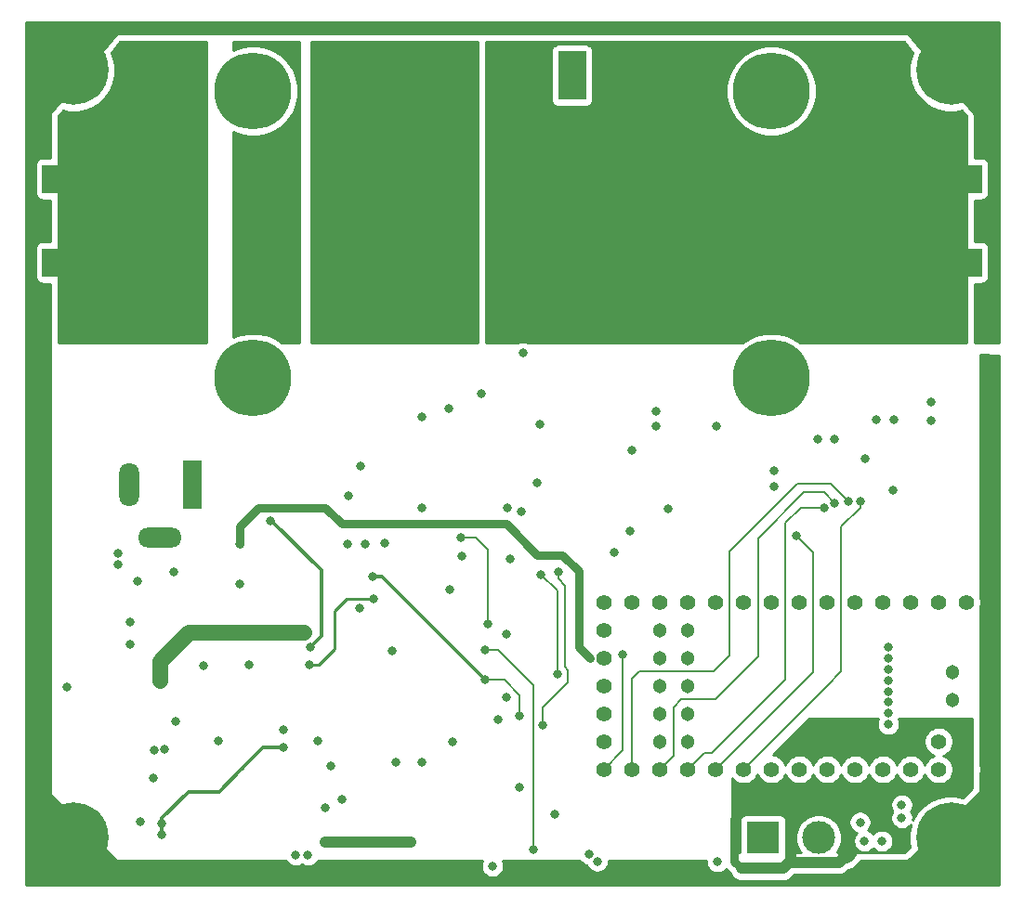
<source format=gbr>
G04 #@! TF.GenerationSoftware,KiCad,Pcbnew,5.1.7-a382d34a8~87~ubuntu18.04.1*
G04 #@! TF.CreationDate,2021-02-18T22:44:55+00:00*
G04 #@! TF.ProjectId,Laser-Driver-v3,4c617365-722d-4447-9269-7665722d7633,rev?*
G04 #@! TF.SameCoordinates,Original*
G04 #@! TF.FileFunction,Copper,L4,Bot*
G04 #@! TF.FilePolarity,Positive*
%FSLAX46Y46*%
G04 Gerber Fmt 4.6, Leading zero omitted, Abs format (unit mm)*
G04 Created by KiCad (PCBNEW 5.1.7-a382d34a8~87~ubuntu18.04.1) date 2021-02-18 22:44:55*
%MOMM*%
%LPD*%
G01*
G04 APERTURE LIST*
G04 #@! TA.AperFunction,ComponentPad*
%ADD10C,7.000000*%
G04 #@! TD*
G04 #@! TA.AperFunction,ComponentPad*
%ADD11C,0.800000*%
G04 #@! TD*
G04 #@! TA.AperFunction,ComponentPad*
%ADD12C,6.400000*%
G04 #@! TD*
G04 #@! TA.AperFunction,ComponentPad*
%ADD13C,1.404000*%
G04 #@! TD*
G04 #@! TA.AperFunction,ComponentPad*
%ADD14C,1.304000*%
G04 #@! TD*
G04 #@! TA.AperFunction,ComponentPad*
%ADD15C,0.804000*%
G04 #@! TD*
G04 #@! TA.AperFunction,ComponentPad*
%ADD16R,2.000000X2.600000*%
G04 #@! TD*
G04 #@! TA.AperFunction,ComponentPad*
%ADD17R,1.800000X4.400000*%
G04 #@! TD*
G04 #@! TA.AperFunction,ComponentPad*
%ADD18O,1.800000X4.000000*%
G04 #@! TD*
G04 #@! TA.AperFunction,ComponentPad*
%ADD19O,4.000000X1.800000*%
G04 #@! TD*
G04 #@! TA.AperFunction,ComponentPad*
%ADD20O,2.500000X4.500000*%
G04 #@! TD*
G04 #@! TA.AperFunction,ComponentPad*
%ADD21R,2.500000X4.500000*%
G04 #@! TD*
G04 #@! TA.AperFunction,ComponentPad*
%ADD22C,3.000000*%
G04 #@! TD*
G04 #@! TA.AperFunction,ComponentPad*
%ADD23R,3.000000X3.000000*%
G04 #@! TD*
G04 #@! TA.AperFunction,ViaPad*
%ADD24C,0.800000*%
G04 #@! TD*
G04 #@! TA.AperFunction,Conductor*
%ADD25C,0.300000*%
G04 #@! TD*
G04 #@! TA.AperFunction,Conductor*
%ADD26C,0.600000*%
G04 #@! TD*
G04 #@! TA.AperFunction,Conductor*
%ADD27C,1.000000*%
G04 #@! TD*
G04 #@! TA.AperFunction,Conductor*
%ADD28C,0.800000*%
G04 #@! TD*
G04 #@! TA.AperFunction,Conductor*
%ADD29C,1.400000*%
G04 #@! TD*
G04 #@! TA.AperFunction,Conductor*
%ADD30C,0.200000*%
G04 #@! TD*
G04 #@! TA.AperFunction,Conductor*
%ADD31C,0.250000*%
G04 #@! TD*
G04 #@! TA.AperFunction,Conductor*
%ADD32C,0.254000*%
G04 #@! TD*
G04 #@! TA.AperFunction,Conductor*
%ADD33C,0.100000*%
G04 #@! TD*
G04 APERTURE END LIST*
D10*
G04 #@! TO.P,HS1,1*
G04 #@! TO.N,N/C*
X111400000Y-73100000D03*
X158600000Y-73100000D03*
G04 #@! TO.N,Earth*
X158600000Y-46900000D03*
X111400000Y-46900000D03*
G04 #@! TD*
D11*
G04 #@! TO.P,H4,1*
G04 #@! TO.N,Earth*
X96697056Y-43302944D03*
X95000000Y-42600000D03*
X93302944Y-43302944D03*
X92600000Y-45000000D03*
X93302944Y-46697056D03*
X95000000Y-47400000D03*
X96697056Y-46697056D03*
X97400000Y-45000000D03*
D12*
X95000000Y-45000000D03*
G04 #@! TD*
D11*
G04 #@! TO.P,H3,1*
G04 #@! TO.N,Earth*
X176697056Y-43302944D03*
X175000000Y-42600000D03*
X173302944Y-43302944D03*
X172600000Y-45000000D03*
X173302944Y-46697056D03*
X175000000Y-47400000D03*
X176697056Y-46697056D03*
X177400000Y-45000000D03*
D12*
X175000000Y-45000000D03*
G04 #@! TD*
D11*
G04 #@! TO.P,H2,1*
G04 #@! TO.N,Earth*
X96697056Y-113302944D03*
X95000000Y-112600000D03*
X93302944Y-113302944D03*
X92600000Y-115000000D03*
X93302944Y-116697056D03*
X95000000Y-117400000D03*
X96697056Y-116697056D03*
X97400000Y-115000000D03*
D12*
X95000000Y-115000000D03*
G04 #@! TD*
D11*
G04 #@! TO.P,H1,1*
G04 #@! TO.N,Earth*
X176697056Y-113302944D03*
X175000000Y-112600000D03*
X173302944Y-113302944D03*
X172600000Y-115000000D03*
X173302944Y-116697056D03*
X175000000Y-117400000D03*
X176697056Y-116697056D03*
X177400000Y-115000000D03*
D12*
X175000000Y-115000000D03*
G04 #@! TD*
D13*
G04 #@! TO.P,U2,1*
G04 #@! TO.N,GND*
X176410000Y-93530000D03*
G04 #@! TO.P,U2,2*
G04 #@! TO.N,/Output Stage/DAC-D0*
X173870000Y-93530000D03*
D14*
G04 #@! TO.P,U2,35*
G04 #@! TO.N,/Teensy/TempSense*
X148470000Y-106230000D03*
G04 #@! TO.P,U2,36*
G04 #@! TO.N,/Overcurrent Protection/OCControl*
X151010000Y-106230000D03*
G04 #@! TO.P,U2,37*
G04 #@! TO.N,/Overcurrent Protection/OCStatus*
X148470000Y-103690000D03*
G04 #@! TO.P,U2,38*
G04 #@! TO.N,Net-(R9-Pad2)*
X151010000Y-103690000D03*
G04 #@! TO.P,U2,39*
G04 #@! TO.N,N/C*
X148470000Y-101150000D03*
G04 #@! TO.P,U2,40*
X151010000Y-101150000D03*
G04 #@! TO.P,U2,41*
X148470000Y-98610000D03*
G04 #@! TO.P,U2,42*
X151010000Y-98610000D03*
G04 #@! TO.P,U2,43*
X148470000Y-96070000D03*
G04 #@! TO.P,U2,44*
X151010000Y-96070000D03*
D15*
G04 #@! TO.P,U2,45*
X169271600Y-104650000D03*
G04 #@! TO.P,U2,46*
X169271600Y-103650000D03*
G04 #@! TO.P,U2,47*
G04 #@! TO.N,GND*
X169271600Y-102650000D03*
G04 #@! TO.P,U2,48*
G04 #@! TO.N,N/C*
X169271600Y-101650000D03*
G04 #@! TO.P,U2,49*
G04 #@! TO.N,+3V3*
X169271600Y-100650000D03*
G04 #@! TO.P,U2,50*
G04 #@! TO.N,N/C*
X169271600Y-99650000D03*
G04 #@! TO.P,U2,51*
X169271600Y-98650000D03*
G04 #@! TO.P,U2,52*
X169271600Y-97650000D03*
D14*
G04 #@! TO.P,U2,53*
X175140000Y-102420000D03*
G04 #@! TO.P,U2,54*
X175140000Y-99880000D03*
D13*
G04 #@! TO.P,U2,3*
G04 #@! TO.N,/Output Stage/DAC-D1*
X171330000Y-93530000D03*
G04 #@! TO.P,U2,4*
G04 #@! TO.N,/Output Stage/DAC-D2*
X168790000Y-93530000D03*
G04 #@! TO.P,U2,5*
G04 #@! TO.N,/Output Stage/DAC-D3*
X166250000Y-93530000D03*
G04 #@! TO.P,U2,6*
G04 #@! TO.N,/Output Stage/DAC-D4*
X163710000Y-93530000D03*
G04 #@! TO.P,U2,7*
G04 #@! TO.N,/Output Stage/DAC-D5*
X161170000Y-93530000D03*
G04 #@! TO.P,U2,8*
G04 #@! TO.N,/Output Stage/DAC-D6*
X158630000Y-93530000D03*
G04 #@! TO.P,U2,9*
G04 #@! TO.N,/Output Stage/DAC-D7*
X156090000Y-93530000D03*
G04 #@! TO.P,U2,10*
G04 #@! TO.N,/Output Stage/DAC-D8*
X153550000Y-93530000D03*
G04 #@! TO.P,U2,11*
G04 #@! TO.N,/Output Stage/DAC-D9*
X151010000Y-93530000D03*
G04 #@! TO.P,U2,12*
G04 #@! TO.N,Net-(U2-Pad12)*
X148470000Y-93530000D03*
G04 #@! TO.P,U2,14*
G04 #@! TO.N,Net-(U2-Pad14)*
X143390000Y-93530000D03*
G04 #@! TO.P,U2,15*
G04 #@! TO.N,N/C*
X143390000Y-96070000D03*
G04 #@! TO.P,U2,16*
G04 #@! TO.N,+3V3*
X143390000Y-98610000D03*
G04 #@! TO.P,U2,17*
G04 #@! TO.N,GND*
X143390000Y-101150000D03*
G04 #@! TO.P,U2,18*
G04 #@! TO.N,N/C*
X143390000Y-103690000D03*
G04 #@! TO.P,U2,19*
X143390000Y-106230000D03*
G04 #@! TO.P,U2,20*
G04 #@! TO.N,Net-(U2-Pad20)*
X143390000Y-108770000D03*
G04 #@! TO.P,U2,21*
G04 #@! TO.N,/Output Stage/DAC-D10*
X145930000Y-108770000D03*
G04 #@! TO.P,U2,22*
G04 #@! TO.N,/Output Stage/DAC-D11*
X148470000Y-108770000D03*
G04 #@! TO.P,U2,23*
G04 #@! TO.N,/Output Stage/DAC-D12*
X151010000Y-108770000D03*
G04 #@! TO.P,U2,24*
G04 #@! TO.N,/Output Stage/DAC-D13*
X153550000Y-108770000D03*
G04 #@! TO.P,U2,25*
G04 #@! TO.N,/Output Stage/DAC-CLOCK*
X156090000Y-108770000D03*
G04 #@! TO.P,U2,26*
G04 #@! TO.N,N/C*
X158630000Y-108770000D03*
G04 #@! TO.P,U2,27*
X161170000Y-108770000D03*
G04 #@! TO.P,U2,28*
X163710000Y-108770000D03*
G04 #@! TO.P,U2,29*
X166250000Y-108770000D03*
G04 #@! TO.P,U2,30*
X168790000Y-108770000D03*
G04 #@! TO.P,U2,31*
G04 #@! TO.N,+3V3*
X171330000Y-108770000D03*
G04 #@! TO.P,U2,32*
G04 #@! TO.N,GND*
X173870000Y-108770000D03*
G04 #@! TO.P,U2,34*
G04 #@! TO.N,N/C*
X173870000Y-106230000D03*
G04 #@! TO.P,U2,33*
G04 #@! TO.N,+5V*
X176410000Y-108770000D03*
G04 #@! TO.P,U2,13*
G04 #@! TO.N,N/C*
X145930000Y-93530000D03*
G04 #@! TD*
D16*
G04 #@! TO.P,J5,1*
G04 #@! TO.N,GND*
X100810000Y-62540000D03*
X98270000Y-62540000D03*
X95730000Y-62540000D03*
X93190000Y-62540000D03*
X100810000Y-54920000D03*
X98270000Y-54920000D03*
X93190000Y-54920000D03*
X95730000Y-54920000D03*
G04 #@! TD*
G04 #@! TO.P,J2,1*
G04 #@! TO.N,Net-(J2-Pad1)*
X176810000Y-62540000D03*
X174270000Y-62540000D03*
X171730000Y-62540000D03*
X169190000Y-62540000D03*
X176810000Y-54920000D03*
X174270000Y-54920000D03*
X169190000Y-54920000D03*
X171730000Y-54920000D03*
G04 #@! TD*
D17*
G04 #@! TO.P,J6,1*
G04 #@! TO.N,+12V*
X105900000Y-82800000D03*
D18*
G04 #@! TO.P,J6,2*
G04 #@! TO.N,GND*
X100100000Y-82800000D03*
D19*
G04 #@! TO.P,J6,3*
G04 #@! TO.N,N/C*
X102900000Y-87600000D03*
G04 #@! TD*
D20*
G04 #@! TO.P,Q1,3*
G04 #@! TO.N,Net-(Q1-Pad3)*
X129550000Y-45500000D03*
G04 #@! TO.P,Q1,2*
G04 #@! TO.N,Net-(J2-Pad1)*
X135000000Y-45500000D03*
D21*
G04 #@! TO.P,Q1,1*
G04 #@! TO.N,/Output Stage/MOSFET-OUT*
X140450000Y-45500000D03*
G04 #@! TD*
D22*
G04 #@! TO.P,J1,2*
G04 #@! TO.N,/Teensy/TempSense*
X162930000Y-115000000D03*
D23*
G04 #@! TO.P,J1,1*
G04 #@! TO.N,GND*
X157850000Y-115000000D03*
G04 #@! TD*
D24*
G04 #@! TO.N,GND*
X100200000Y-95300000D03*
X100200000Y-97400000D03*
X94400000Y-101300000D03*
X106900000Y-99300000D03*
X100900000Y-91600000D03*
X104200000Y-90800000D03*
X104300000Y-104400000D03*
X108200000Y-106200000D03*
X114200000Y-105200000D03*
X101100000Y-113500000D03*
X102300000Y-109600000D03*
X118000000Y-112300000D03*
X124400000Y-108100000D03*
X126800000Y-108100000D03*
X118500000Y-108500000D03*
X119500004Y-111500000D03*
X110200000Y-91900000D03*
X133200000Y-117600000D03*
X153700000Y-117200000D03*
X129600000Y-106300000D03*
X123400000Y-88100000D03*
X121600000Y-88200000D03*
X134800000Y-89600000D03*
X111000000Y-99200000D03*
X121100000Y-94100000D03*
X124100000Y-98000000D03*
X166700000Y-113600000D03*
X167100000Y-115300000D03*
X135700000Y-110400000D03*
X134500000Y-102200000D03*
X169800000Y-76900000D03*
X168200000Y-76900000D03*
X162800000Y-78700000D03*
X158900000Y-83000000D03*
X169700000Y-83300000D03*
X167125000Y-80400000D03*
X153600000Y-77500000D03*
X148100000Y-76100000D03*
X145900000Y-79700000D03*
X137500000Y-77300000D03*
X135800000Y-85300000D03*
X121200000Y-81100000D03*
X126800000Y-76600000D03*
X126800000Y-84900000D03*
X144300000Y-89000000D03*
X106500000Y-49000000D03*
X104500000Y-49000000D03*
X103500000Y-50000000D03*
X103500000Y-52000000D03*
X103500000Y-54000000D03*
X103500000Y-56000000D03*
X103500000Y-58000000D03*
X103500000Y-60000000D03*
X103500000Y-62000000D03*
X103500000Y-64000000D03*
X103500000Y-66000000D03*
X103500000Y-68000000D03*
X104500000Y-51000000D03*
X105500000Y-50000000D03*
X105500000Y-68000000D03*
X101500000Y-68000000D03*
X102500000Y-67000000D03*
X102500000Y-59000000D03*
X102500000Y-51000000D03*
X102500000Y-49000000D03*
X101500000Y-66000000D03*
X101500000Y-60000000D03*
X101500000Y-58000000D03*
X101500000Y-52000000D03*
X101500000Y-50000000D03*
X141999988Y-116500000D03*
X129200000Y-75900000D03*
X149200000Y-85050000D03*
X173200000Y-77000000D03*
X173200000Y-75300000D03*
X134600000Y-84900000D03*
G04 #@! TO.N,+9V*
X103100000Y-114700000D03*
X103050000Y-113750000D03*
X114200000Y-106800000D03*
X137300000Y-82600000D03*
G04 #@! TO.N,+12V*
X99100000Y-90100000D03*
X99100000Y-89100000D03*
X102400000Y-107000000D03*
X103325000Y-106975000D03*
X117300000Y-106200000D03*
X148100000Y-77500000D03*
G04 #@! TO.N,+5V*
X125800000Y-115400000D03*
X118000000Y-115400000D03*
X116400000Y-116600000D03*
X138900000Y-112900000D03*
X120000000Y-88200000D03*
X129300000Y-92400000D03*
X130400000Y-89300000D03*
X133700000Y-104200000D03*
X134500000Y-96400000D03*
X120100000Y-83800000D03*
X158500000Y-117800000D03*
X157200000Y-117800000D03*
X155900000Y-117800000D03*
X158500000Y-112600000D03*
X157200000Y-112600000D03*
X155900000Y-112600000D03*
X142759266Y-117150799D03*
X115300000Y-116600000D03*
G04 #@! TO.N,Net-(Q1-Pad3)*
X118200000Y-54900000D03*
X118200000Y-52900000D03*
X118200000Y-50900000D03*
X119200000Y-51900000D03*
X119200000Y-53900000D03*
X120200000Y-54900000D03*
X120200000Y-52900000D03*
X122200000Y-54900000D03*
X121200000Y-53900000D03*
X122200000Y-52900000D03*
X121200000Y-51900000D03*
X120200000Y-50900000D03*
X122200000Y-50900000D03*
X123200000Y-51900000D03*
X123200000Y-53900000D03*
X123200000Y-55900000D03*
X123200000Y-57900000D03*
X123200000Y-59900000D03*
X123200000Y-61900000D03*
X123200000Y-63900000D03*
X122200000Y-62900000D03*
X121200000Y-63900000D03*
X120200000Y-62900000D03*
X119200000Y-61900000D03*
X119200000Y-63900000D03*
X118200000Y-62900000D03*
X120200000Y-64900000D03*
X118200000Y-64900000D03*
X122200000Y-64900000D03*
X124200000Y-64900000D03*
X124200000Y-62900000D03*
X124200000Y-60900000D03*
X124200000Y-58900000D03*
X124200000Y-56900000D03*
X124200000Y-54900000D03*
X124200000Y-52900000D03*
X124200000Y-50900000D03*
X121200000Y-61900000D03*
X122200000Y-56900000D03*
X122200000Y-58900000D03*
X122200000Y-60900000D03*
G04 #@! TO.N,Net-(Q2-Pad1)*
X114500000Y-67000000D03*
X114500000Y-65000000D03*
X114500000Y-63000000D03*
X114500000Y-55000000D03*
X114500000Y-53000000D03*
X113500000Y-52000000D03*
X113500000Y-54000000D03*
X113500000Y-56000000D03*
X113500000Y-58000000D03*
X113500000Y-60000000D03*
X113500000Y-62000000D03*
X113500000Y-64000000D03*
X113500000Y-66000000D03*
X113500000Y-68000000D03*
X111800000Y-68000000D03*
G04 #@! TO.N,/Overcurrent Protection/OCControl*
X132800000Y-95500000D03*
X130300000Y-87600000D03*
G04 #@! TO.N,Net-(R2-Pad2)*
X116600000Y-97600000D03*
X113000000Y-86100000D03*
G04 #@! TO.N,Net-(R31-Pad2)*
X139200000Y-90800000D03*
X137800000Y-104700000D03*
G04 #@! TO.N,+3V3*
X110200000Y-88200000D03*
X142100000Y-98600000D03*
X170500000Y-113200000D03*
X170500000Y-111999990D03*
X168700000Y-115300000D03*
X164400000Y-78700000D03*
X158900000Y-81500000D03*
X145700000Y-87000000D03*
G04 #@! TO.N,/Overcurrent Protection/OCStatus*
X139100000Y-100100000D03*
X137600000Y-91000000D03*
G04 #@! TO.N,/Overcurrent Protection/OCSense*
X122400000Y-93200000D03*
X116500000Y-99200000D03*
G04 #@! TO.N,-3V3*
X102900000Y-100700000D03*
X102925000Y-99875000D03*
X116000000Y-96300000D03*
G04 #@! TO.N,+9V*
X132200000Y-74500000D03*
G04 #@! TO.N,/Output Stage/MOSFET-OUT*
X136000000Y-70800000D03*
G04 #@! TO.N,Net-(U2-Pad20)*
X145100000Y-98300000D03*
G04 #@! TO.N,/Output Stage/DAC-CLOCK*
X166700000Y-84300000D03*
G04 #@! TO.N,/Output Stage/DAC-D10*
X165600000Y-84300000D03*
G04 #@! TO.N,/Output Stage/DAC-D11*
X164400000Y-84500000D03*
G04 #@! TO.N,/Output Stage/DAC-D12*
X163400000Y-84900000D03*
G04 #@! TO.N,/Output Stage/DAC-D13*
X160900000Y-87500000D03*
G04 #@! TO.N,Net-(U12-Pad6)*
X132500000Y-97900000D03*
X136900000Y-116100000D03*
G04 #@! TO.N,/Overcurrent Protection/SET*
X132500000Y-100600000D03*
X122300000Y-91200000D03*
X135700000Y-103900000D03*
G04 #@! TO.N,Net-(Q2-Pad1)*
X110200000Y-68000000D03*
G04 #@! TD*
D25*
G04 #@! TO.N,+9V*
X110400000Y-108700000D02*
X110300000Y-108800000D01*
X114200000Y-106800000D02*
X112300000Y-106800000D01*
X114100000Y-106900000D02*
X114200000Y-106800000D01*
X112300000Y-106800000D02*
X110300000Y-108800000D01*
X103100000Y-113200000D02*
X103100000Y-114700000D01*
X105500000Y-110800000D02*
X103100000Y-113200000D01*
X108300000Y-110800000D02*
X105500000Y-110800000D01*
X110300000Y-108800000D02*
X108300000Y-110800000D01*
D26*
G04 #@! TO.N,+5V*
X176410000Y-108770000D02*
X176410000Y-108790000D01*
X176410000Y-108790000D02*
X174700000Y-110500000D01*
X174700000Y-110500000D02*
X160600000Y-110500000D01*
D27*
X125800000Y-115400000D02*
X118000000Y-115400000D01*
D28*
X155900000Y-117800000D02*
X155250000Y-117150000D01*
X155250000Y-113250000D02*
X155900000Y-112600000D01*
X155250000Y-117150000D02*
X155250000Y-113250000D01*
D27*
X155900000Y-117800000D02*
X159700000Y-117800000D01*
X159700000Y-117800000D02*
X160250000Y-117250000D01*
X164750000Y-117250000D02*
X165375000Y-116625000D01*
X160250000Y-117250000D02*
X164750000Y-117250000D01*
D29*
X165375000Y-116625000D02*
X165750000Y-116250000D01*
D27*
X160250000Y-117250000D02*
X160400000Y-117100000D01*
X160400000Y-117100000D02*
X160400000Y-112900000D01*
X160400000Y-112900000D02*
X159350000Y-111850000D01*
X159350000Y-111850000D02*
X159250000Y-111850000D01*
D26*
X159250000Y-111850000D02*
X158500000Y-112600000D01*
X160600000Y-110500000D02*
X159250000Y-111850000D01*
D30*
G04 #@! TO.N,/Overcurrent Protection/OCControl*
X132800000Y-95500000D02*
X132800000Y-88700000D01*
X131700000Y-87600000D02*
X130300000Y-87600000D01*
X132800000Y-88700000D02*
X131700000Y-87600000D01*
D25*
G04 #@! TO.N,Net-(R2-Pad2)*
X117600000Y-90600000D02*
X113100000Y-86100000D01*
X117600000Y-96600000D02*
X117600000Y-90600000D01*
X113100000Y-86100000D02*
X113000000Y-86100000D01*
X116600000Y-97600000D02*
X117600000Y-96600000D01*
D30*
G04 #@! TO.N,Net-(R31-Pad2)*
X139200000Y-90800000D02*
X139200000Y-91400000D01*
X139200000Y-91400000D02*
X139800000Y-92000000D01*
X139800000Y-92000000D02*
X139800000Y-99400000D01*
X139800000Y-99400000D02*
X140100000Y-99700000D01*
X140100000Y-99700000D02*
X140100000Y-100800000D01*
X140100000Y-100800000D02*
X138300000Y-102600000D01*
X137800000Y-103100000D02*
X137800000Y-104700000D01*
X138300000Y-102600000D02*
X137800000Y-103100000D01*
D28*
G04 #@! TO.N,+3V3*
X110200000Y-88200000D02*
X110200000Y-86600000D01*
X110200000Y-86600000D02*
X111900000Y-84900000D01*
X111900000Y-84900000D02*
X118000000Y-84900000D01*
X118000000Y-84900000D02*
X119500000Y-86400000D01*
X119500000Y-86400000D02*
X134500000Y-86400000D01*
X134500000Y-86400000D02*
X137300000Y-89200000D01*
X137300000Y-89200000D02*
X139600000Y-89200000D01*
X139600000Y-89200000D02*
X141100000Y-90700000D01*
X141100000Y-97600000D02*
X142100000Y-98600000D01*
X141100000Y-90700000D02*
X141100000Y-97600000D01*
D30*
G04 #@! TO.N,/Overcurrent Protection/OCStatus*
X139100000Y-92500000D02*
X137600000Y-91000000D01*
X139100000Y-100100000D02*
X139100000Y-92500000D01*
D31*
G04 #@! TO.N,/Overcurrent Protection/OCSense*
X119900000Y-93200000D02*
X122400000Y-93200000D01*
X118800000Y-94300000D02*
X119900000Y-93200000D01*
X118800000Y-97800000D02*
X118800000Y-94300000D01*
X117400000Y-99200000D02*
X118800000Y-97800000D01*
X116500000Y-99200000D02*
X117400000Y-99200000D01*
D29*
G04 #@! TO.N,-3V3*
X112900000Y-96300000D02*
X105500000Y-96300000D01*
X109400000Y-96300000D02*
X112900000Y-96300000D01*
X112900000Y-96300000D02*
X116000000Y-96300000D01*
X102900000Y-98900000D02*
X102900000Y-100700000D01*
X105500000Y-96300000D02*
X102900000Y-98900000D01*
D30*
G04 #@! TO.N,Net-(U2-Pad20)*
X145100000Y-107060000D02*
X143390000Y-108770000D01*
X145100000Y-98300000D02*
X145100000Y-107060000D01*
G04 #@! TO.N,/Output Stage/DAC-CLOCK*
X156090000Y-108770000D02*
X163700000Y-101160000D01*
X163700000Y-101160000D02*
X165000000Y-99860000D01*
X165000000Y-99860000D02*
X165000000Y-86600000D01*
X166700000Y-84900000D02*
X166700000Y-84300000D01*
X165000000Y-86600000D02*
X166700000Y-84900000D01*
G04 #@! TO.N,/Output Stage/DAC-D10*
X154800000Y-91700000D02*
X154800000Y-91599998D01*
X154800000Y-98400000D02*
X154800000Y-91700000D01*
X153400000Y-99800000D02*
X154800000Y-98400000D01*
X146600000Y-99800000D02*
X153400000Y-99800000D01*
X145930000Y-100470000D02*
X146600000Y-99800000D01*
X145930000Y-108770000D02*
X145930000Y-100470000D01*
X164000000Y-82700000D02*
X165600000Y-84300000D01*
X161000000Y-82700000D02*
X164000000Y-82700000D01*
X154800000Y-88900000D02*
X161000000Y-82700000D01*
X154800000Y-91700000D02*
X154800000Y-88900000D01*
G04 #@! TO.N,/Output Stage/DAC-D11*
X157400000Y-90600000D02*
X157400000Y-89900000D01*
X164400000Y-84500000D02*
X164400000Y-84500000D01*
X153500000Y-102400000D02*
X157400000Y-98500000D01*
X150400000Y-102400000D02*
X153500000Y-102400000D01*
X157400000Y-98500000D02*
X157400000Y-90600000D01*
X149700000Y-103100000D02*
X150400000Y-102400000D01*
X149700000Y-107540000D02*
X149700000Y-103100000D01*
X148470000Y-108770000D02*
X149700000Y-107540000D01*
X163400000Y-83500000D02*
X164400000Y-84500000D01*
X161600000Y-83500000D02*
X163400000Y-83500000D01*
X157400000Y-87700000D02*
X161600000Y-83500000D01*
X157400000Y-90600000D02*
X157400000Y-87700000D01*
G04 #@! TO.N,/Output Stage/DAC-D12*
X159900000Y-86300000D02*
X161300000Y-84900000D01*
X161300000Y-84900000D02*
X163400000Y-84900000D01*
X159900000Y-100600000D02*
X159900000Y-86300000D01*
X153220000Y-107280000D02*
X159900000Y-100600000D01*
X152500000Y-107280000D02*
X153220000Y-107280000D01*
X151010000Y-108770000D02*
X152500000Y-107280000D01*
G04 #@! TO.N,/Output Stage/DAC-D13*
X153550000Y-108770000D02*
X162400000Y-99920000D01*
X162400000Y-89000000D02*
X160900000Y-87500000D01*
X162400000Y-99920000D02*
X162400000Y-89000000D01*
G04 #@! TO.N,Net-(U12-Pad6)*
X133700000Y-97900000D02*
X132500000Y-97900000D01*
X136900000Y-101100000D02*
X133700000Y-97900000D01*
X136900000Y-116100000D02*
X136900000Y-101100000D01*
D25*
G04 #@! TO.N,/Overcurrent Protection/SET*
X123100000Y-91200000D02*
X122300000Y-91200000D01*
X132500000Y-100600000D02*
X123100000Y-91200000D01*
D30*
X135700000Y-103900000D02*
X135700000Y-102000000D01*
X134300000Y-100600000D02*
X132500000Y-100600000D01*
X135700000Y-102000000D02*
X134300000Y-100600000D01*
G04 #@! TD*
D32*
G04 #@! TO.N,+5V*
X168352622Y-104141204D02*
X168358499Y-104150000D01*
X168352622Y-104158796D01*
X168274451Y-104347518D01*
X168234600Y-104547864D01*
X168234600Y-104752136D01*
X168274451Y-104952482D01*
X168352622Y-105141204D01*
X168466109Y-105311049D01*
X168610551Y-105455491D01*
X168780396Y-105568978D01*
X168969118Y-105647149D01*
X169169464Y-105687000D01*
X169373736Y-105687000D01*
X169574082Y-105647149D01*
X169762804Y-105568978D01*
X169932649Y-105455491D01*
X170077091Y-105311049D01*
X170190578Y-105141204D01*
X170268749Y-104952482D01*
X170308600Y-104752136D01*
X170308600Y-104547864D01*
X170268749Y-104347518D01*
X170190578Y-104158796D01*
X170184701Y-104150000D01*
X170190578Y-104141204D01*
X170196461Y-104127000D01*
X176865000Y-104127000D01*
X176865000Y-110528146D01*
X176055903Y-111299900D01*
X175377715Y-111165000D01*
X174622285Y-111165000D01*
X173881372Y-111312377D01*
X173183446Y-111601467D01*
X172555330Y-112021161D01*
X172021161Y-112555330D01*
X171601467Y-113183446D01*
X171518938Y-113382689D01*
X171535000Y-113301939D01*
X171535000Y-113098061D01*
X171495226Y-112898102D01*
X171417205Y-112709744D01*
X171343873Y-112599995D01*
X171417205Y-112490246D01*
X171495226Y-112301888D01*
X171535000Y-112101929D01*
X171535000Y-111898051D01*
X171495226Y-111698092D01*
X171417205Y-111509734D01*
X171303937Y-111340216D01*
X171159774Y-111196053D01*
X170990256Y-111082785D01*
X170801898Y-111004764D01*
X170601939Y-110964990D01*
X170398061Y-110964990D01*
X170198102Y-111004764D01*
X170009744Y-111082785D01*
X169840226Y-111196053D01*
X169696063Y-111340216D01*
X169582795Y-111509734D01*
X169504774Y-111698092D01*
X169465000Y-111898051D01*
X169465000Y-112101929D01*
X169504774Y-112301888D01*
X169582795Y-112490246D01*
X169656127Y-112599995D01*
X169582795Y-112709744D01*
X169504774Y-112898102D01*
X169465000Y-113098061D01*
X169465000Y-113301939D01*
X169504774Y-113501898D01*
X169582795Y-113690256D01*
X169696063Y-113859774D01*
X169840226Y-114003937D01*
X170009744Y-114117205D01*
X170198102Y-114195226D01*
X170398061Y-114235000D01*
X170601939Y-114235000D01*
X170801898Y-114195226D01*
X170990256Y-114117205D01*
X171159774Y-114003937D01*
X171303937Y-113859774D01*
X171349680Y-113791315D01*
X171312377Y-113881372D01*
X171165000Y-114622285D01*
X171165000Y-115377715D01*
X171263200Y-115871401D01*
X170745717Y-116365000D01*
X164584346Y-116365000D01*
X164588363Y-116360983D01*
X164822012Y-116011302D01*
X164982953Y-115622756D01*
X165065000Y-115210279D01*
X165065000Y-114789721D01*
X164982953Y-114377244D01*
X164822012Y-113988698D01*
X164588363Y-113639017D01*
X164447407Y-113498061D01*
X165665000Y-113498061D01*
X165665000Y-113701939D01*
X165704774Y-113901898D01*
X165782795Y-114090256D01*
X165896063Y-114259774D01*
X166040226Y-114403937D01*
X166209744Y-114517205D01*
X166357769Y-114578520D01*
X166296063Y-114640226D01*
X166182795Y-114809744D01*
X166104774Y-114998102D01*
X166065000Y-115198061D01*
X166065000Y-115401939D01*
X166104774Y-115601898D01*
X166182795Y-115790256D01*
X166296063Y-115959774D01*
X166440226Y-116103937D01*
X166609744Y-116217205D01*
X166798102Y-116295226D01*
X166998061Y-116335000D01*
X167201939Y-116335000D01*
X167401898Y-116295226D01*
X167590256Y-116217205D01*
X167759774Y-116103937D01*
X167900000Y-115963711D01*
X168040226Y-116103937D01*
X168209744Y-116217205D01*
X168398102Y-116295226D01*
X168598061Y-116335000D01*
X168801939Y-116335000D01*
X169001898Y-116295226D01*
X169190256Y-116217205D01*
X169359774Y-116103937D01*
X169503937Y-115959774D01*
X169617205Y-115790256D01*
X169695226Y-115601898D01*
X169735000Y-115401939D01*
X169735000Y-115198061D01*
X169695226Y-114998102D01*
X169617205Y-114809744D01*
X169503937Y-114640226D01*
X169359774Y-114496063D01*
X169190256Y-114382795D01*
X169001898Y-114304774D01*
X168801939Y-114265000D01*
X168598061Y-114265000D01*
X168398102Y-114304774D01*
X168209744Y-114382795D01*
X168040226Y-114496063D01*
X167900000Y-114636289D01*
X167759774Y-114496063D01*
X167590256Y-114382795D01*
X167442231Y-114321480D01*
X167503937Y-114259774D01*
X167617205Y-114090256D01*
X167695226Y-113901898D01*
X167735000Y-113701939D01*
X167735000Y-113498061D01*
X167695226Y-113298102D01*
X167617205Y-113109744D01*
X167503937Y-112940226D01*
X167359774Y-112796063D01*
X167190256Y-112682795D01*
X167001898Y-112604774D01*
X166801939Y-112565000D01*
X166598061Y-112565000D01*
X166398102Y-112604774D01*
X166209744Y-112682795D01*
X166040226Y-112796063D01*
X165896063Y-112940226D01*
X165782795Y-113109744D01*
X165704774Y-113298102D01*
X165665000Y-113498061D01*
X164447407Y-113498061D01*
X164290983Y-113341637D01*
X163941302Y-113107988D01*
X163552756Y-112947047D01*
X163140279Y-112865000D01*
X162719721Y-112865000D01*
X162307244Y-112947047D01*
X161918698Y-113107988D01*
X161569017Y-113341637D01*
X161271637Y-113639017D01*
X161037988Y-113988698D01*
X160877047Y-114377244D01*
X160795000Y-114789721D01*
X160795000Y-115210279D01*
X160877047Y-115622756D01*
X161037988Y-116011302D01*
X161271637Y-116360983D01*
X161275654Y-116365000D01*
X159988072Y-116365000D01*
X159988072Y-113500000D01*
X159975812Y-113375518D01*
X159939502Y-113255820D01*
X159880537Y-113145506D01*
X159801185Y-113048815D01*
X159704494Y-112969463D01*
X159594180Y-112910498D01*
X159474482Y-112874188D01*
X159350000Y-112861928D01*
X156350000Y-112861928D01*
X156225518Y-112874188D01*
X156105820Y-112910498D01*
X155995506Y-112969463D01*
X155898815Y-113048815D01*
X155819463Y-113145506D01*
X155760498Y-113255820D01*
X155724188Y-113375518D01*
X155711928Y-113500000D01*
X155711928Y-116365000D01*
X155027000Y-116365000D01*
X155027000Y-109585645D01*
X155051484Y-109622288D01*
X155237712Y-109808516D01*
X155456693Y-109954834D01*
X155700012Y-110055620D01*
X155958317Y-110107000D01*
X156221683Y-110107000D01*
X156479988Y-110055620D01*
X156723307Y-109954834D01*
X156942288Y-109808516D01*
X157128516Y-109622288D01*
X157274834Y-109403307D01*
X157360000Y-109197698D01*
X157445166Y-109403307D01*
X157591484Y-109622288D01*
X157777712Y-109808516D01*
X157996693Y-109954834D01*
X158240012Y-110055620D01*
X158498317Y-110107000D01*
X158761683Y-110107000D01*
X159019988Y-110055620D01*
X159263307Y-109954834D01*
X159482288Y-109808516D01*
X159668516Y-109622288D01*
X159814834Y-109403307D01*
X159900000Y-109197698D01*
X159985166Y-109403307D01*
X160131484Y-109622288D01*
X160317712Y-109808516D01*
X160536693Y-109954834D01*
X160780012Y-110055620D01*
X161038317Y-110107000D01*
X161301683Y-110107000D01*
X161559988Y-110055620D01*
X161803307Y-109954834D01*
X162022288Y-109808516D01*
X162208516Y-109622288D01*
X162354834Y-109403307D01*
X162440000Y-109197698D01*
X162525166Y-109403307D01*
X162671484Y-109622288D01*
X162857712Y-109808516D01*
X163076693Y-109954834D01*
X163320012Y-110055620D01*
X163578317Y-110107000D01*
X163841683Y-110107000D01*
X164099988Y-110055620D01*
X164343307Y-109954834D01*
X164562288Y-109808516D01*
X164748516Y-109622288D01*
X164894834Y-109403307D01*
X164980000Y-109197698D01*
X165065166Y-109403307D01*
X165211484Y-109622288D01*
X165397712Y-109808516D01*
X165616693Y-109954834D01*
X165860012Y-110055620D01*
X166118317Y-110107000D01*
X166381683Y-110107000D01*
X166639988Y-110055620D01*
X166883307Y-109954834D01*
X167102288Y-109808516D01*
X167288516Y-109622288D01*
X167434834Y-109403307D01*
X167520000Y-109197698D01*
X167605166Y-109403307D01*
X167751484Y-109622288D01*
X167937712Y-109808516D01*
X168156693Y-109954834D01*
X168400012Y-110055620D01*
X168658317Y-110107000D01*
X168921683Y-110107000D01*
X169179988Y-110055620D01*
X169423307Y-109954834D01*
X169642288Y-109808516D01*
X169828516Y-109622288D01*
X169974834Y-109403307D01*
X170060000Y-109197698D01*
X170145166Y-109403307D01*
X170291484Y-109622288D01*
X170477712Y-109808516D01*
X170696693Y-109954834D01*
X170940012Y-110055620D01*
X171198317Y-110107000D01*
X171461683Y-110107000D01*
X171719988Y-110055620D01*
X171963307Y-109954834D01*
X172182288Y-109808516D01*
X172368516Y-109622288D01*
X172514834Y-109403307D01*
X172600000Y-109197698D01*
X172685166Y-109403307D01*
X172831484Y-109622288D01*
X173017712Y-109808516D01*
X173236693Y-109954834D01*
X173480012Y-110055620D01*
X173738317Y-110107000D01*
X174001683Y-110107000D01*
X174259988Y-110055620D01*
X174503307Y-109954834D01*
X174722288Y-109808516D01*
X174908516Y-109622288D01*
X175054834Y-109403307D01*
X175155620Y-109159988D01*
X175207000Y-108901683D01*
X175207000Y-108638317D01*
X175155620Y-108380012D01*
X175054834Y-108136693D01*
X174908516Y-107917712D01*
X174722288Y-107731484D01*
X174503307Y-107585166D01*
X174297698Y-107500000D01*
X174503307Y-107414834D01*
X174722288Y-107268516D01*
X174908516Y-107082288D01*
X175054834Y-106863307D01*
X175155620Y-106619988D01*
X175207000Y-106361683D01*
X175207000Y-106098317D01*
X175155620Y-105840012D01*
X175054834Y-105596693D01*
X174908516Y-105377712D01*
X174722288Y-105191484D01*
X174503307Y-105045166D01*
X174259988Y-104944380D01*
X174001683Y-104893000D01*
X173738317Y-104893000D01*
X173480012Y-104944380D01*
X173236693Y-105045166D01*
X173017712Y-105191484D01*
X172831484Y-105377712D01*
X172685166Y-105596693D01*
X172584380Y-105840012D01*
X172533000Y-106098317D01*
X172533000Y-106361683D01*
X172584380Y-106619988D01*
X172685166Y-106863307D01*
X172831484Y-107082288D01*
X173017712Y-107268516D01*
X173236693Y-107414834D01*
X173442302Y-107500000D01*
X173236693Y-107585166D01*
X173017712Y-107731484D01*
X172831484Y-107917712D01*
X172685166Y-108136693D01*
X172600000Y-108342302D01*
X172514834Y-108136693D01*
X172368516Y-107917712D01*
X172182288Y-107731484D01*
X171963307Y-107585166D01*
X171719988Y-107484380D01*
X171461683Y-107433000D01*
X171198317Y-107433000D01*
X170940012Y-107484380D01*
X170696693Y-107585166D01*
X170477712Y-107731484D01*
X170291484Y-107917712D01*
X170145166Y-108136693D01*
X170060000Y-108342302D01*
X169974834Y-108136693D01*
X169828516Y-107917712D01*
X169642288Y-107731484D01*
X169423307Y-107585166D01*
X169179988Y-107484380D01*
X168921683Y-107433000D01*
X168658317Y-107433000D01*
X168400012Y-107484380D01*
X168156693Y-107585166D01*
X167937712Y-107731484D01*
X167751484Y-107917712D01*
X167605166Y-108136693D01*
X167520000Y-108342302D01*
X167434834Y-108136693D01*
X167288516Y-107917712D01*
X167102288Y-107731484D01*
X166883307Y-107585166D01*
X166639988Y-107484380D01*
X166381683Y-107433000D01*
X166118317Y-107433000D01*
X165860012Y-107484380D01*
X165616693Y-107585166D01*
X165397712Y-107731484D01*
X165211484Y-107917712D01*
X165065166Y-108136693D01*
X164980000Y-108342302D01*
X164894834Y-108136693D01*
X164748516Y-107917712D01*
X164562288Y-107731484D01*
X164343307Y-107585166D01*
X164099988Y-107484380D01*
X163841683Y-107433000D01*
X163578317Y-107433000D01*
X163320012Y-107484380D01*
X163076693Y-107585166D01*
X162857712Y-107731484D01*
X162671484Y-107917712D01*
X162525166Y-108136693D01*
X162440000Y-108342302D01*
X162354834Y-108136693D01*
X162208516Y-107917712D01*
X162022288Y-107731484D01*
X161803307Y-107585166D01*
X161559988Y-107484380D01*
X161301683Y-107433000D01*
X161038317Y-107433000D01*
X160780012Y-107484380D01*
X160536693Y-107585166D01*
X160317712Y-107731484D01*
X160131484Y-107917712D01*
X159985166Y-108136693D01*
X159900000Y-108342302D01*
X159814834Y-108136693D01*
X159668516Y-107917712D01*
X159482288Y-107731484D01*
X159263307Y-107585166D01*
X159019988Y-107484380D01*
X158761683Y-107433000D01*
X158746606Y-107433000D01*
X162052606Y-104127000D01*
X168346739Y-104127000D01*
X168352622Y-104141204D01*
G04 #@! TA.AperFunction,Conductor*
D33*
G36*
X168352622Y-104141204D02*
G01*
X168358499Y-104150000D01*
X168352622Y-104158796D01*
X168274451Y-104347518D01*
X168234600Y-104547864D01*
X168234600Y-104752136D01*
X168274451Y-104952482D01*
X168352622Y-105141204D01*
X168466109Y-105311049D01*
X168610551Y-105455491D01*
X168780396Y-105568978D01*
X168969118Y-105647149D01*
X169169464Y-105687000D01*
X169373736Y-105687000D01*
X169574082Y-105647149D01*
X169762804Y-105568978D01*
X169932649Y-105455491D01*
X170077091Y-105311049D01*
X170190578Y-105141204D01*
X170268749Y-104952482D01*
X170308600Y-104752136D01*
X170308600Y-104547864D01*
X170268749Y-104347518D01*
X170190578Y-104158796D01*
X170184701Y-104150000D01*
X170190578Y-104141204D01*
X170196461Y-104127000D01*
X176865000Y-104127000D01*
X176865000Y-110528146D01*
X176055903Y-111299900D01*
X175377715Y-111165000D01*
X174622285Y-111165000D01*
X173881372Y-111312377D01*
X173183446Y-111601467D01*
X172555330Y-112021161D01*
X172021161Y-112555330D01*
X171601467Y-113183446D01*
X171518938Y-113382689D01*
X171535000Y-113301939D01*
X171535000Y-113098061D01*
X171495226Y-112898102D01*
X171417205Y-112709744D01*
X171343873Y-112599995D01*
X171417205Y-112490246D01*
X171495226Y-112301888D01*
X171535000Y-112101929D01*
X171535000Y-111898051D01*
X171495226Y-111698092D01*
X171417205Y-111509734D01*
X171303937Y-111340216D01*
X171159774Y-111196053D01*
X170990256Y-111082785D01*
X170801898Y-111004764D01*
X170601939Y-110964990D01*
X170398061Y-110964990D01*
X170198102Y-111004764D01*
X170009744Y-111082785D01*
X169840226Y-111196053D01*
X169696063Y-111340216D01*
X169582795Y-111509734D01*
X169504774Y-111698092D01*
X169465000Y-111898051D01*
X169465000Y-112101929D01*
X169504774Y-112301888D01*
X169582795Y-112490246D01*
X169656127Y-112599995D01*
X169582795Y-112709744D01*
X169504774Y-112898102D01*
X169465000Y-113098061D01*
X169465000Y-113301939D01*
X169504774Y-113501898D01*
X169582795Y-113690256D01*
X169696063Y-113859774D01*
X169840226Y-114003937D01*
X170009744Y-114117205D01*
X170198102Y-114195226D01*
X170398061Y-114235000D01*
X170601939Y-114235000D01*
X170801898Y-114195226D01*
X170990256Y-114117205D01*
X171159774Y-114003937D01*
X171303937Y-113859774D01*
X171349680Y-113791315D01*
X171312377Y-113881372D01*
X171165000Y-114622285D01*
X171165000Y-115377715D01*
X171263200Y-115871401D01*
X170745717Y-116365000D01*
X164584346Y-116365000D01*
X164588363Y-116360983D01*
X164822012Y-116011302D01*
X164982953Y-115622756D01*
X165065000Y-115210279D01*
X165065000Y-114789721D01*
X164982953Y-114377244D01*
X164822012Y-113988698D01*
X164588363Y-113639017D01*
X164447407Y-113498061D01*
X165665000Y-113498061D01*
X165665000Y-113701939D01*
X165704774Y-113901898D01*
X165782795Y-114090256D01*
X165896063Y-114259774D01*
X166040226Y-114403937D01*
X166209744Y-114517205D01*
X166357769Y-114578520D01*
X166296063Y-114640226D01*
X166182795Y-114809744D01*
X166104774Y-114998102D01*
X166065000Y-115198061D01*
X166065000Y-115401939D01*
X166104774Y-115601898D01*
X166182795Y-115790256D01*
X166296063Y-115959774D01*
X166440226Y-116103937D01*
X166609744Y-116217205D01*
X166798102Y-116295226D01*
X166998061Y-116335000D01*
X167201939Y-116335000D01*
X167401898Y-116295226D01*
X167590256Y-116217205D01*
X167759774Y-116103937D01*
X167900000Y-115963711D01*
X168040226Y-116103937D01*
X168209744Y-116217205D01*
X168398102Y-116295226D01*
X168598061Y-116335000D01*
X168801939Y-116335000D01*
X169001898Y-116295226D01*
X169190256Y-116217205D01*
X169359774Y-116103937D01*
X169503937Y-115959774D01*
X169617205Y-115790256D01*
X169695226Y-115601898D01*
X169735000Y-115401939D01*
X169735000Y-115198061D01*
X169695226Y-114998102D01*
X169617205Y-114809744D01*
X169503937Y-114640226D01*
X169359774Y-114496063D01*
X169190256Y-114382795D01*
X169001898Y-114304774D01*
X168801939Y-114265000D01*
X168598061Y-114265000D01*
X168398102Y-114304774D01*
X168209744Y-114382795D01*
X168040226Y-114496063D01*
X167900000Y-114636289D01*
X167759774Y-114496063D01*
X167590256Y-114382795D01*
X167442231Y-114321480D01*
X167503937Y-114259774D01*
X167617205Y-114090256D01*
X167695226Y-113901898D01*
X167735000Y-113701939D01*
X167735000Y-113498061D01*
X167695226Y-113298102D01*
X167617205Y-113109744D01*
X167503937Y-112940226D01*
X167359774Y-112796063D01*
X167190256Y-112682795D01*
X167001898Y-112604774D01*
X166801939Y-112565000D01*
X166598061Y-112565000D01*
X166398102Y-112604774D01*
X166209744Y-112682795D01*
X166040226Y-112796063D01*
X165896063Y-112940226D01*
X165782795Y-113109744D01*
X165704774Y-113298102D01*
X165665000Y-113498061D01*
X164447407Y-113498061D01*
X164290983Y-113341637D01*
X163941302Y-113107988D01*
X163552756Y-112947047D01*
X163140279Y-112865000D01*
X162719721Y-112865000D01*
X162307244Y-112947047D01*
X161918698Y-113107988D01*
X161569017Y-113341637D01*
X161271637Y-113639017D01*
X161037988Y-113988698D01*
X160877047Y-114377244D01*
X160795000Y-114789721D01*
X160795000Y-115210279D01*
X160877047Y-115622756D01*
X161037988Y-116011302D01*
X161271637Y-116360983D01*
X161275654Y-116365000D01*
X159988072Y-116365000D01*
X159988072Y-113500000D01*
X159975812Y-113375518D01*
X159939502Y-113255820D01*
X159880537Y-113145506D01*
X159801185Y-113048815D01*
X159704494Y-112969463D01*
X159594180Y-112910498D01*
X159474482Y-112874188D01*
X159350000Y-112861928D01*
X156350000Y-112861928D01*
X156225518Y-112874188D01*
X156105820Y-112910498D01*
X155995506Y-112969463D01*
X155898815Y-113048815D01*
X155819463Y-113145506D01*
X155760498Y-113255820D01*
X155724188Y-113375518D01*
X155711928Y-113500000D01*
X155711928Y-116365000D01*
X155027000Y-116365000D01*
X155027000Y-109585645D01*
X155051484Y-109622288D01*
X155237712Y-109808516D01*
X155456693Y-109954834D01*
X155700012Y-110055620D01*
X155958317Y-110107000D01*
X156221683Y-110107000D01*
X156479988Y-110055620D01*
X156723307Y-109954834D01*
X156942288Y-109808516D01*
X157128516Y-109622288D01*
X157274834Y-109403307D01*
X157360000Y-109197698D01*
X157445166Y-109403307D01*
X157591484Y-109622288D01*
X157777712Y-109808516D01*
X157996693Y-109954834D01*
X158240012Y-110055620D01*
X158498317Y-110107000D01*
X158761683Y-110107000D01*
X159019988Y-110055620D01*
X159263307Y-109954834D01*
X159482288Y-109808516D01*
X159668516Y-109622288D01*
X159814834Y-109403307D01*
X159900000Y-109197698D01*
X159985166Y-109403307D01*
X160131484Y-109622288D01*
X160317712Y-109808516D01*
X160536693Y-109954834D01*
X160780012Y-110055620D01*
X161038317Y-110107000D01*
X161301683Y-110107000D01*
X161559988Y-110055620D01*
X161803307Y-109954834D01*
X162022288Y-109808516D01*
X162208516Y-109622288D01*
X162354834Y-109403307D01*
X162440000Y-109197698D01*
X162525166Y-109403307D01*
X162671484Y-109622288D01*
X162857712Y-109808516D01*
X163076693Y-109954834D01*
X163320012Y-110055620D01*
X163578317Y-110107000D01*
X163841683Y-110107000D01*
X164099988Y-110055620D01*
X164343307Y-109954834D01*
X164562288Y-109808516D01*
X164748516Y-109622288D01*
X164894834Y-109403307D01*
X164980000Y-109197698D01*
X165065166Y-109403307D01*
X165211484Y-109622288D01*
X165397712Y-109808516D01*
X165616693Y-109954834D01*
X165860012Y-110055620D01*
X166118317Y-110107000D01*
X166381683Y-110107000D01*
X166639988Y-110055620D01*
X166883307Y-109954834D01*
X167102288Y-109808516D01*
X167288516Y-109622288D01*
X167434834Y-109403307D01*
X167520000Y-109197698D01*
X167605166Y-109403307D01*
X167751484Y-109622288D01*
X167937712Y-109808516D01*
X168156693Y-109954834D01*
X168400012Y-110055620D01*
X168658317Y-110107000D01*
X168921683Y-110107000D01*
X169179988Y-110055620D01*
X169423307Y-109954834D01*
X169642288Y-109808516D01*
X169828516Y-109622288D01*
X169974834Y-109403307D01*
X170060000Y-109197698D01*
X170145166Y-109403307D01*
X170291484Y-109622288D01*
X170477712Y-109808516D01*
X170696693Y-109954834D01*
X170940012Y-110055620D01*
X171198317Y-110107000D01*
X171461683Y-110107000D01*
X171719988Y-110055620D01*
X171963307Y-109954834D01*
X172182288Y-109808516D01*
X172368516Y-109622288D01*
X172514834Y-109403307D01*
X172600000Y-109197698D01*
X172685166Y-109403307D01*
X172831484Y-109622288D01*
X173017712Y-109808516D01*
X173236693Y-109954834D01*
X173480012Y-110055620D01*
X173738317Y-110107000D01*
X174001683Y-110107000D01*
X174259988Y-110055620D01*
X174503307Y-109954834D01*
X174722288Y-109808516D01*
X174908516Y-109622288D01*
X175054834Y-109403307D01*
X175155620Y-109159988D01*
X175207000Y-108901683D01*
X175207000Y-108638317D01*
X175155620Y-108380012D01*
X175054834Y-108136693D01*
X174908516Y-107917712D01*
X174722288Y-107731484D01*
X174503307Y-107585166D01*
X174297698Y-107500000D01*
X174503307Y-107414834D01*
X174722288Y-107268516D01*
X174908516Y-107082288D01*
X175054834Y-106863307D01*
X175155620Y-106619988D01*
X175207000Y-106361683D01*
X175207000Y-106098317D01*
X175155620Y-105840012D01*
X175054834Y-105596693D01*
X174908516Y-105377712D01*
X174722288Y-105191484D01*
X174503307Y-105045166D01*
X174259988Y-104944380D01*
X174001683Y-104893000D01*
X173738317Y-104893000D01*
X173480012Y-104944380D01*
X173236693Y-105045166D01*
X173017712Y-105191484D01*
X172831484Y-105377712D01*
X172685166Y-105596693D01*
X172584380Y-105840012D01*
X172533000Y-106098317D01*
X172533000Y-106361683D01*
X172584380Y-106619988D01*
X172685166Y-106863307D01*
X172831484Y-107082288D01*
X173017712Y-107268516D01*
X173236693Y-107414834D01*
X173442302Y-107500000D01*
X173236693Y-107585166D01*
X173017712Y-107731484D01*
X172831484Y-107917712D01*
X172685166Y-108136693D01*
X172600000Y-108342302D01*
X172514834Y-108136693D01*
X172368516Y-107917712D01*
X172182288Y-107731484D01*
X171963307Y-107585166D01*
X171719988Y-107484380D01*
X171461683Y-107433000D01*
X171198317Y-107433000D01*
X170940012Y-107484380D01*
X170696693Y-107585166D01*
X170477712Y-107731484D01*
X170291484Y-107917712D01*
X170145166Y-108136693D01*
X170060000Y-108342302D01*
X169974834Y-108136693D01*
X169828516Y-107917712D01*
X169642288Y-107731484D01*
X169423307Y-107585166D01*
X169179988Y-107484380D01*
X168921683Y-107433000D01*
X168658317Y-107433000D01*
X168400012Y-107484380D01*
X168156693Y-107585166D01*
X167937712Y-107731484D01*
X167751484Y-107917712D01*
X167605166Y-108136693D01*
X167520000Y-108342302D01*
X167434834Y-108136693D01*
X167288516Y-107917712D01*
X167102288Y-107731484D01*
X166883307Y-107585166D01*
X166639988Y-107484380D01*
X166381683Y-107433000D01*
X166118317Y-107433000D01*
X165860012Y-107484380D01*
X165616693Y-107585166D01*
X165397712Y-107731484D01*
X165211484Y-107917712D01*
X165065166Y-108136693D01*
X164980000Y-108342302D01*
X164894834Y-108136693D01*
X164748516Y-107917712D01*
X164562288Y-107731484D01*
X164343307Y-107585166D01*
X164099988Y-107484380D01*
X163841683Y-107433000D01*
X163578317Y-107433000D01*
X163320012Y-107484380D01*
X163076693Y-107585166D01*
X162857712Y-107731484D01*
X162671484Y-107917712D01*
X162525166Y-108136693D01*
X162440000Y-108342302D01*
X162354834Y-108136693D01*
X162208516Y-107917712D01*
X162022288Y-107731484D01*
X161803307Y-107585166D01*
X161559988Y-107484380D01*
X161301683Y-107433000D01*
X161038317Y-107433000D01*
X160780012Y-107484380D01*
X160536693Y-107585166D01*
X160317712Y-107731484D01*
X160131484Y-107917712D01*
X159985166Y-108136693D01*
X159900000Y-108342302D01*
X159814834Y-108136693D01*
X159668516Y-107917712D01*
X159482288Y-107731484D01*
X159263307Y-107585166D01*
X159019988Y-107484380D01*
X158761683Y-107433000D01*
X158746606Y-107433000D01*
X162052606Y-104127000D01*
X168346739Y-104127000D01*
X168352622Y-104141204D01*
G37*
G04 #@! TD.AperFunction*
G04 #@! TD*
D32*
G04 #@! TO.N,Net-(J2-Pad1)*
X171510101Y-43404024D02*
X171312377Y-43881372D01*
X171165000Y-44622285D01*
X171165000Y-45377715D01*
X171312377Y-46118628D01*
X171601467Y-46816554D01*
X172021161Y-47444670D01*
X172555330Y-47978839D01*
X173183446Y-48398533D01*
X173881372Y-48687623D01*
X174622285Y-48835000D01*
X175377715Y-48835000D01*
X175942325Y-48722692D01*
X176365000Y-49229902D01*
X176365000Y-69873000D01*
X161213256Y-69873000D01*
X160558657Y-69435611D01*
X159806135Y-69123906D01*
X159007262Y-68965000D01*
X158192738Y-68965000D01*
X157393865Y-69123906D01*
X156641343Y-69435611D01*
X155986744Y-69873000D01*
X136466609Y-69873000D01*
X136301898Y-69804774D01*
X136101939Y-69765000D01*
X135898061Y-69765000D01*
X135698102Y-69804774D01*
X135533391Y-69873000D01*
X132627000Y-69873000D01*
X132627000Y-43250000D01*
X138561928Y-43250000D01*
X138561928Y-47750000D01*
X138574188Y-47874482D01*
X138610498Y-47994180D01*
X138669463Y-48104494D01*
X138748815Y-48201185D01*
X138845506Y-48280537D01*
X138955820Y-48339502D01*
X139075518Y-48375812D01*
X139200000Y-48388072D01*
X141700000Y-48388072D01*
X141824482Y-48375812D01*
X141944180Y-48339502D01*
X142054494Y-48280537D01*
X142151185Y-48201185D01*
X142230537Y-48104494D01*
X142289502Y-47994180D01*
X142325812Y-47874482D01*
X142338072Y-47750000D01*
X142338072Y-46492738D01*
X154465000Y-46492738D01*
X154465000Y-47307262D01*
X154623906Y-48106135D01*
X154935611Y-48858657D01*
X155388136Y-49535909D01*
X155964091Y-50111864D01*
X156641343Y-50564389D01*
X157393865Y-50876094D01*
X158192738Y-51035000D01*
X159007262Y-51035000D01*
X159806135Y-50876094D01*
X160558657Y-50564389D01*
X161235909Y-50111864D01*
X161811864Y-49535909D01*
X162264389Y-48858657D01*
X162576094Y-48106135D01*
X162735000Y-47307262D01*
X162735000Y-46492738D01*
X162576094Y-45693865D01*
X162264389Y-44941343D01*
X161811864Y-44264091D01*
X161235909Y-43688136D01*
X160558657Y-43235611D01*
X159806135Y-42923906D01*
X159007262Y-42765000D01*
X158192738Y-42765000D01*
X157393865Y-42923906D01*
X156641343Y-43235611D01*
X155964091Y-43688136D01*
X155388136Y-44264091D01*
X154935611Y-44941343D01*
X154623906Y-45693865D01*
X154465000Y-46492738D01*
X142338072Y-46492738D01*
X142338072Y-43250000D01*
X142325812Y-43125518D01*
X142289502Y-43005820D01*
X142230537Y-42895506D01*
X142151185Y-42798815D01*
X142054494Y-42719463D01*
X141944180Y-42660498D01*
X141824482Y-42624188D01*
X141700000Y-42611928D01*
X139200000Y-42611928D01*
X139075518Y-42624188D01*
X138955820Y-42660498D01*
X138845506Y-42719463D01*
X138748815Y-42798815D01*
X138669463Y-42895506D01*
X138610498Y-43005820D01*
X138574188Y-43125518D01*
X138561928Y-43250000D01*
X132627000Y-43250000D01*
X132627000Y-42435000D01*
X170702581Y-42435000D01*
X171510101Y-43404024D01*
G04 #@! TA.AperFunction,Conductor*
D33*
G36*
X171510101Y-43404024D02*
G01*
X171312377Y-43881372D01*
X171165000Y-44622285D01*
X171165000Y-45377715D01*
X171312377Y-46118628D01*
X171601467Y-46816554D01*
X172021161Y-47444670D01*
X172555330Y-47978839D01*
X173183446Y-48398533D01*
X173881372Y-48687623D01*
X174622285Y-48835000D01*
X175377715Y-48835000D01*
X175942325Y-48722692D01*
X176365000Y-49229902D01*
X176365000Y-69873000D01*
X161213256Y-69873000D01*
X160558657Y-69435611D01*
X159806135Y-69123906D01*
X159007262Y-68965000D01*
X158192738Y-68965000D01*
X157393865Y-69123906D01*
X156641343Y-69435611D01*
X155986744Y-69873000D01*
X136466609Y-69873000D01*
X136301898Y-69804774D01*
X136101939Y-69765000D01*
X135898061Y-69765000D01*
X135698102Y-69804774D01*
X135533391Y-69873000D01*
X132627000Y-69873000D01*
X132627000Y-43250000D01*
X138561928Y-43250000D01*
X138561928Y-47750000D01*
X138574188Y-47874482D01*
X138610498Y-47994180D01*
X138669463Y-48104494D01*
X138748815Y-48201185D01*
X138845506Y-48280537D01*
X138955820Y-48339502D01*
X139075518Y-48375812D01*
X139200000Y-48388072D01*
X141700000Y-48388072D01*
X141824482Y-48375812D01*
X141944180Y-48339502D01*
X142054494Y-48280537D01*
X142151185Y-48201185D01*
X142230537Y-48104494D01*
X142289502Y-47994180D01*
X142325812Y-47874482D01*
X142338072Y-47750000D01*
X142338072Y-46492738D01*
X154465000Y-46492738D01*
X154465000Y-47307262D01*
X154623906Y-48106135D01*
X154935611Y-48858657D01*
X155388136Y-49535909D01*
X155964091Y-50111864D01*
X156641343Y-50564389D01*
X157393865Y-50876094D01*
X158192738Y-51035000D01*
X159007262Y-51035000D01*
X159806135Y-50876094D01*
X160558657Y-50564389D01*
X161235909Y-50111864D01*
X161811864Y-49535909D01*
X162264389Y-48858657D01*
X162576094Y-48106135D01*
X162735000Y-47307262D01*
X162735000Y-46492738D01*
X162576094Y-45693865D01*
X162264389Y-44941343D01*
X161811864Y-44264091D01*
X161235909Y-43688136D01*
X160558657Y-43235611D01*
X159806135Y-42923906D01*
X159007262Y-42765000D01*
X158192738Y-42765000D01*
X157393865Y-42923906D01*
X156641343Y-43235611D01*
X155964091Y-43688136D01*
X155388136Y-44264091D01*
X154935611Y-44941343D01*
X154623906Y-45693865D01*
X154465000Y-46492738D01*
X142338072Y-46492738D01*
X142338072Y-43250000D01*
X142325812Y-43125518D01*
X142289502Y-43005820D01*
X142230537Y-42895506D01*
X142151185Y-42798815D01*
X142054494Y-42719463D01*
X141944180Y-42660498D01*
X141824482Y-42624188D01*
X141700000Y-42611928D01*
X139200000Y-42611928D01*
X139075518Y-42624188D01*
X138955820Y-42660498D01*
X138845506Y-42719463D01*
X138748815Y-42798815D01*
X138669463Y-42895506D01*
X138610498Y-43005820D01*
X138574188Y-43125518D01*
X138561928Y-43250000D01*
X132627000Y-43250000D01*
X132627000Y-42435000D01*
X170702581Y-42435000D01*
X171510101Y-43404024D01*
G37*
G04 #@! TD.AperFunction*
G04 #@! TD*
D32*
G04 #@! TO.N,Net-(Q1-Pad3)*
X131865000Y-69873000D02*
X116727000Y-69873000D01*
X116727000Y-42435000D01*
X131865000Y-42435000D01*
X131865000Y-69873000D01*
G04 #@! TA.AperFunction,Conductor*
D33*
G36*
X131865000Y-69873000D02*
G01*
X116727000Y-69873000D01*
X116727000Y-42435000D01*
X131865000Y-42435000D01*
X131865000Y-69873000D01*
G37*
G04 #@! TD.AperFunction*
G04 #@! TD*
D32*
G04 #@! TO.N,Net-(Q2-Pad1)*
X115573000Y-69873000D02*
X114013256Y-69873000D01*
X113358657Y-69435611D01*
X112606135Y-69123906D01*
X111807262Y-68965000D01*
X110992738Y-68965000D01*
X110193865Y-69123906D01*
X109627000Y-69358709D01*
X109627000Y-50641291D01*
X110193865Y-50876094D01*
X110992738Y-51035000D01*
X111807262Y-51035000D01*
X112606135Y-50876094D01*
X113358657Y-50564389D01*
X114035909Y-50111864D01*
X114611864Y-49535909D01*
X115064389Y-48858657D01*
X115376094Y-48106135D01*
X115535000Y-47307262D01*
X115535000Y-46492738D01*
X115376094Y-45693865D01*
X115064389Y-44941343D01*
X114611864Y-44264091D01*
X114035909Y-43688136D01*
X113358657Y-43235611D01*
X112606135Y-42923906D01*
X111807262Y-42765000D01*
X110992738Y-42765000D01*
X110193865Y-42923906D01*
X109627000Y-43158709D01*
X109627000Y-42435000D01*
X115573000Y-42435000D01*
X115573000Y-69873000D01*
G04 #@! TA.AperFunction,Conductor*
D33*
G36*
X115573000Y-69873000D02*
G01*
X114013256Y-69873000D01*
X113358657Y-69435611D01*
X112606135Y-69123906D01*
X111807262Y-68965000D01*
X110992738Y-68965000D01*
X110193865Y-69123906D01*
X109627000Y-69358709D01*
X109627000Y-50641291D01*
X110193865Y-50876094D01*
X110992738Y-51035000D01*
X111807262Y-51035000D01*
X112606135Y-50876094D01*
X113358657Y-50564389D01*
X114035909Y-50111864D01*
X114611864Y-49535909D01*
X115064389Y-48858657D01*
X115376094Y-48106135D01*
X115535000Y-47307262D01*
X115535000Y-46492738D01*
X115376094Y-45693865D01*
X115064389Y-44941343D01*
X114611864Y-44264091D01*
X114035909Y-43688136D01*
X113358657Y-43235611D01*
X112606135Y-42923906D01*
X111807262Y-42765000D01*
X110992738Y-42765000D01*
X110193865Y-42923906D01*
X109627000Y-43158709D01*
X109627000Y-42435000D01*
X115573000Y-42435000D01*
X115573000Y-69873000D01*
G37*
G04 #@! TD.AperFunction*
G04 #@! TD*
D32*
G04 #@! TO.N,GND*
X107123000Y-69873000D02*
X93635000Y-69873000D01*
X93635000Y-49229902D01*
X94057675Y-48722692D01*
X94622285Y-48835000D01*
X95377715Y-48835000D01*
X96118628Y-48687623D01*
X96816554Y-48398533D01*
X97444670Y-47978839D01*
X97978839Y-47444670D01*
X98398533Y-46816554D01*
X98687623Y-46118628D01*
X98835000Y-45377715D01*
X98835000Y-44622285D01*
X98687623Y-43881372D01*
X98489899Y-43404024D01*
X99297419Y-42435000D01*
X107123000Y-42435000D01*
X107123000Y-69873000D01*
G04 #@! TA.AperFunction,Conductor*
D33*
G36*
X107123000Y-69873000D02*
G01*
X93635000Y-69873000D01*
X93635000Y-49229902D01*
X94057675Y-48722692D01*
X94622285Y-48835000D01*
X95377715Y-48835000D01*
X96118628Y-48687623D01*
X96816554Y-48398533D01*
X97444670Y-47978839D01*
X97978839Y-47444670D01*
X98398533Y-46816554D01*
X98687623Y-46118628D01*
X98835000Y-45377715D01*
X98835000Y-44622285D01*
X98687623Y-43881372D01*
X98489899Y-43404024D01*
X99297419Y-42435000D01*
X107123000Y-42435000D01*
X107123000Y-69873000D01*
G37*
G04 #@! TD.AperFunction*
G04 #@! TD*
D32*
G04 #@! TO.N,Earth*
X179315000Y-49966353D02*
X179315000Y-69873000D01*
X177127000Y-69873000D01*
X177127000Y-64478072D01*
X177810000Y-64478072D01*
X177934482Y-64465812D01*
X178054180Y-64429502D01*
X178164494Y-64370537D01*
X178261185Y-64291185D01*
X178340537Y-64194494D01*
X178399502Y-64084180D01*
X178435812Y-63964482D01*
X178448072Y-63840000D01*
X178448072Y-61240000D01*
X178435812Y-61115518D01*
X178399502Y-60995820D01*
X178340537Y-60885506D01*
X178261185Y-60788815D01*
X178164494Y-60709463D01*
X178054180Y-60650498D01*
X177934482Y-60614188D01*
X177810000Y-60601928D01*
X177127000Y-60601928D01*
X177127000Y-56858072D01*
X177810000Y-56858072D01*
X177934482Y-56845812D01*
X178054180Y-56809502D01*
X178164494Y-56750537D01*
X178261185Y-56671185D01*
X178340537Y-56574494D01*
X178399502Y-56464180D01*
X178435812Y-56344482D01*
X178448072Y-56220000D01*
X178448072Y-53620000D01*
X178435812Y-53495518D01*
X178399502Y-53375820D01*
X178340537Y-53265506D01*
X178261185Y-53168815D01*
X178164494Y-53089463D01*
X178054180Y-53030498D01*
X177934482Y-52994188D01*
X177810000Y-52981928D01*
X177127000Y-52981928D01*
X177127000Y-49000000D01*
X177124560Y-48975224D01*
X177117333Y-48951399D01*
X177105597Y-48929443D01*
X177097564Y-48918697D01*
X171097564Y-41718697D01*
X171079828Y-41701225D01*
X171059024Y-41687549D01*
X171035952Y-41678195D01*
X171000000Y-41673000D01*
X99000000Y-41673000D01*
X98975224Y-41675440D01*
X98951399Y-41682667D01*
X98929443Y-41694403D01*
X98902436Y-41718697D01*
X92902436Y-48918697D01*
X92888449Y-48939293D01*
X92878749Y-48962222D01*
X92873709Y-48986602D01*
X92873000Y-49000000D01*
X92873000Y-52981928D01*
X92190000Y-52981928D01*
X92065518Y-52994188D01*
X91945820Y-53030498D01*
X91835506Y-53089463D01*
X91738815Y-53168815D01*
X91659463Y-53265506D01*
X91600498Y-53375820D01*
X91564188Y-53495518D01*
X91551928Y-53620000D01*
X91551928Y-56220000D01*
X91564188Y-56344482D01*
X91600498Y-56464180D01*
X91659463Y-56574494D01*
X91738815Y-56671185D01*
X91835506Y-56750537D01*
X91945820Y-56809502D01*
X92065518Y-56845812D01*
X92190000Y-56858072D01*
X92873000Y-56858072D01*
X92873000Y-60601928D01*
X92190000Y-60601928D01*
X92065518Y-60614188D01*
X91945820Y-60650498D01*
X91835506Y-60709463D01*
X91738815Y-60788815D01*
X91659463Y-60885506D01*
X91600498Y-60995820D01*
X91564188Y-61115518D01*
X91551928Y-61240000D01*
X91551928Y-63840000D01*
X91564188Y-63964482D01*
X91600498Y-64084180D01*
X91659463Y-64194494D01*
X91738815Y-64291185D01*
X91835506Y-64370537D01*
X91945820Y-64429502D01*
X92065518Y-64465812D01*
X92190000Y-64478072D01*
X92873000Y-64478072D01*
X92873000Y-111000000D01*
X92875440Y-111024776D01*
X92882667Y-111048601D01*
X92894403Y-111070557D01*
X92910197Y-111089803D01*
X98910197Y-117089803D01*
X98929443Y-117105597D01*
X98951399Y-117117333D01*
X98975224Y-117124560D01*
X99000000Y-117127000D01*
X114407346Y-117127000D01*
X114496063Y-117259774D01*
X114640226Y-117403937D01*
X114809744Y-117517205D01*
X114998102Y-117595226D01*
X115198061Y-117635000D01*
X115401939Y-117635000D01*
X115601898Y-117595226D01*
X115790256Y-117517205D01*
X115850000Y-117477285D01*
X115909744Y-117517205D01*
X116098102Y-117595226D01*
X116298061Y-117635000D01*
X116501939Y-117635000D01*
X116701898Y-117595226D01*
X116890256Y-117517205D01*
X117059774Y-117403937D01*
X117203937Y-117259774D01*
X117292654Y-117127000D01*
X132275647Y-117127000D01*
X132204774Y-117298102D01*
X132165000Y-117498061D01*
X132165000Y-117701939D01*
X132204774Y-117901898D01*
X132282795Y-118090256D01*
X132396063Y-118259774D01*
X132540226Y-118403937D01*
X132709744Y-118517205D01*
X132898102Y-118595226D01*
X133098061Y-118635000D01*
X133301939Y-118635000D01*
X133501898Y-118595226D01*
X133690256Y-118517205D01*
X133859774Y-118403937D01*
X134003937Y-118259774D01*
X134117205Y-118090256D01*
X134195226Y-117901898D01*
X134235000Y-117701939D01*
X134235000Y-117498061D01*
X134195226Y-117298102D01*
X134124353Y-117127000D01*
X136757842Y-117127000D01*
X136798061Y-117135000D01*
X137001939Y-117135000D01*
X137042158Y-117127000D01*
X141174152Y-117127000D01*
X141196051Y-117159774D01*
X141340214Y-117303937D01*
X141509732Y-117417205D01*
X141698090Y-117495226D01*
X141789160Y-117513341D01*
X141842061Y-117641055D01*
X141955329Y-117810573D01*
X142099492Y-117954736D01*
X142269010Y-118068004D01*
X142457368Y-118146025D01*
X142657327Y-118185799D01*
X142861205Y-118185799D01*
X143061164Y-118146025D01*
X143249522Y-118068004D01*
X143419040Y-117954736D01*
X143563203Y-117810573D01*
X143676471Y-117641055D01*
X143754492Y-117452697D01*
X143794266Y-117252738D01*
X143794266Y-117127000D01*
X152665000Y-117127000D01*
X152665000Y-117301939D01*
X152704774Y-117501898D01*
X152782795Y-117690256D01*
X152896063Y-117859774D01*
X153040226Y-118003937D01*
X153209744Y-118117205D01*
X153398102Y-118195226D01*
X153598061Y-118235000D01*
X153801939Y-118235000D01*
X154001898Y-118195226D01*
X154190256Y-118117205D01*
X154359774Y-118003937D01*
X154498247Y-117865464D01*
X154514604Y-117885396D01*
X154554097Y-117917807D01*
X154834823Y-118198533D01*
X154846324Y-118236447D01*
X154951716Y-118433623D01*
X155093551Y-118606449D01*
X155266377Y-118748284D01*
X155463553Y-118853676D01*
X155677501Y-118918577D01*
X155844248Y-118935000D01*
X159644249Y-118935000D01*
X159700000Y-118940491D01*
X159755751Y-118935000D01*
X159755752Y-118935000D01*
X159922499Y-118918577D01*
X160136447Y-118853676D01*
X160333623Y-118748284D01*
X160506449Y-118606449D01*
X160541996Y-118563135D01*
X160720131Y-118385000D01*
X164694249Y-118385000D01*
X164750000Y-118390491D01*
X164805751Y-118385000D01*
X164805752Y-118385000D01*
X164972499Y-118368577D01*
X165186447Y-118303676D01*
X165383623Y-118198284D01*
X165556449Y-118056449D01*
X165591996Y-118013135D01*
X165676528Y-117928603D01*
X165888354Y-117864346D01*
X166120274Y-117740382D01*
X166272616Y-117615358D01*
X166740358Y-117147616D01*
X166757277Y-117127000D01*
X171000000Y-117127000D01*
X171024776Y-117124560D01*
X171048601Y-117117333D01*
X171070557Y-117105597D01*
X171087657Y-117091898D01*
X177587657Y-110891898D01*
X177603901Y-110873031D01*
X177616152Y-110851358D01*
X177623940Y-110827711D01*
X177627000Y-110800000D01*
X177627000Y-109325651D01*
X177695620Y-109159988D01*
X177747000Y-108901683D01*
X177747000Y-108638317D01*
X177695620Y-108380012D01*
X177627000Y-108214349D01*
X177627000Y-94085651D01*
X177695620Y-93919988D01*
X177747000Y-93661683D01*
X177747000Y-93398317D01*
X177695620Y-93140012D01*
X177627000Y-92974349D01*
X177627000Y-70937566D01*
X179315000Y-71072606D01*
X179315001Y-119315000D01*
X90685000Y-119315000D01*
X90685000Y-40685000D01*
X179315001Y-40685000D01*
X179315000Y-49966353D01*
G04 #@! TA.AperFunction,Conductor*
D33*
G36*
X179315000Y-49966353D02*
G01*
X179315000Y-69873000D01*
X177127000Y-69873000D01*
X177127000Y-64478072D01*
X177810000Y-64478072D01*
X177934482Y-64465812D01*
X178054180Y-64429502D01*
X178164494Y-64370537D01*
X178261185Y-64291185D01*
X178340537Y-64194494D01*
X178399502Y-64084180D01*
X178435812Y-63964482D01*
X178448072Y-63840000D01*
X178448072Y-61240000D01*
X178435812Y-61115518D01*
X178399502Y-60995820D01*
X178340537Y-60885506D01*
X178261185Y-60788815D01*
X178164494Y-60709463D01*
X178054180Y-60650498D01*
X177934482Y-60614188D01*
X177810000Y-60601928D01*
X177127000Y-60601928D01*
X177127000Y-56858072D01*
X177810000Y-56858072D01*
X177934482Y-56845812D01*
X178054180Y-56809502D01*
X178164494Y-56750537D01*
X178261185Y-56671185D01*
X178340537Y-56574494D01*
X178399502Y-56464180D01*
X178435812Y-56344482D01*
X178448072Y-56220000D01*
X178448072Y-53620000D01*
X178435812Y-53495518D01*
X178399502Y-53375820D01*
X178340537Y-53265506D01*
X178261185Y-53168815D01*
X178164494Y-53089463D01*
X178054180Y-53030498D01*
X177934482Y-52994188D01*
X177810000Y-52981928D01*
X177127000Y-52981928D01*
X177127000Y-49000000D01*
X177124560Y-48975224D01*
X177117333Y-48951399D01*
X177105597Y-48929443D01*
X177097564Y-48918697D01*
X171097564Y-41718697D01*
X171079828Y-41701225D01*
X171059024Y-41687549D01*
X171035952Y-41678195D01*
X171000000Y-41673000D01*
X99000000Y-41673000D01*
X98975224Y-41675440D01*
X98951399Y-41682667D01*
X98929443Y-41694403D01*
X98902436Y-41718697D01*
X92902436Y-48918697D01*
X92888449Y-48939293D01*
X92878749Y-48962222D01*
X92873709Y-48986602D01*
X92873000Y-49000000D01*
X92873000Y-52981928D01*
X92190000Y-52981928D01*
X92065518Y-52994188D01*
X91945820Y-53030498D01*
X91835506Y-53089463D01*
X91738815Y-53168815D01*
X91659463Y-53265506D01*
X91600498Y-53375820D01*
X91564188Y-53495518D01*
X91551928Y-53620000D01*
X91551928Y-56220000D01*
X91564188Y-56344482D01*
X91600498Y-56464180D01*
X91659463Y-56574494D01*
X91738815Y-56671185D01*
X91835506Y-56750537D01*
X91945820Y-56809502D01*
X92065518Y-56845812D01*
X92190000Y-56858072D01*
X92873000Y-56858072D01*
X92873000Y-60601928D01*
X92190000Y-60601928D01*
X92065518Y-60614188D01*
X91945820Y-60650498D01*
X91835506Y-60709463D01*
X91738815Y-60788815D01*
X91659463Y-60885506D01*
X91600498Y-60995820D01*
X91564188Y-61115518D01*
X91551928Y-61240000D01*
X91551928Y-63840000D01*
X91564188Y-63964482D01*
X91600498Y-64084180D01*
X91659463Y-64194494D01*
X91738815Y-64291185D01*
X91835506Y-64370537D01*
X91945820Y-64429502D01*
X92065518Y-64465812D01*
X92190000Y-64478072D01*
X92873000Y-64478072D01*
X92873000Y-111000000D01*
X92875440Y-111024776D01*
X92882667Y-111048601D01*
X92894403Y-111070557D01*
X92910197Y-111089803D01*
X98910197Y-117089803D01*
X98929443Y-117105597D01*
X98951399Y-117117333D01*
X98975224Y-117124560D01*
X99000000Y-117127000D01*
X114407346Y-117127000D01*
X114496063Y-117259774D01*
X114640226Y-117403937D01*
X114809744Y-117517205D01*
X114998102Y-117595226D01*
X115198061Y-117635000D01*
X115401939Y-117635000D01*
X115601898Y-117595226D01*
X115790256Y-117517205D01*
X115850000Y-117477285D01*
X115909744Y-117517205D01*
X116098102Y-117595226D01*
X116298061Y-117635000D01*
X116501939Y-117635000D01*
X116701898Y-117595226D01*
X116890256Y-117517205D01*
X117059774Y-117403937D01*
X117203937Y-117259774D01*
X117292654Y-117127000D01*
X132275647Y-117127000D01*
X132204774Y-117298102D01*
X132165000Y-117498061D01*
X132165000Y-117701939D01*
X132204774Y-117901898D01*
X132282795Y-118090256D01*
X132396063Y-118259774D01*
X132540226Y-118403937D01*
X132709744Y-118517205D01*
X132898102Y-118595226D01*
X133098061Y-118635000D01*
X133301939Y-118635000D01*
X133501898Y-118595226D01*
X133690256Y-118517205D01*
X133859774Y-118403937D01*
X134003937Y-118259774D01*
X134117205Y-118090256D01*
X134195226Y-117901898D01*
X134235000Y-117701939D01*
X134235000Y-117498061D01*
X134195226Y-117298102D01*
X134124353Y-117127000D01*
X136757842Y-117127000D01*
X136798061Y-117135000D01*
X137001939Y-117135000D01*
X137042158Y-117127000D01*
X141174152Y-117127000D01*
X141196051Y-117159774D01*
X141340214Y-117303937D01*
X141509732Y-117417205D01*
X141698090Y-117495226D01*
X141789160Y-117513341D01*
X141842061Y-117641055D01*
X141955329Y-117810573D01*
X142099492Y-117954736D01*
X142269010Y-118068004D01*
X142457368Y-118146025D01*
X142657327Y-118185799D01*
X142861205Y-118185799D01*
X143061164Y-118146025D01*
X143249522Y-118068004D01*
X143419040Y-117954736D01*
X143563203Y-117810573D01*
X143676471Y-117641055D01*
X143754492Y-117452697D01*
X143794266Y-117252738D01*
X143794266Y-117127000D01*
X152665000Y-117127000D01*
X152665000Y-117301939D01*
X152704774Y-117501898D01*
X152782795Y-117690256D01*
X152896063Y-117859774D01*
X153040226Y-118003937D01*
X153209744Y-118117205D01*
X153398102Y-118195226D01*
X153598061Y-118235000D01*
X153801939Y-118235000D01*
X154001898Y-118195226D01*
X154190256Y-118117205D01*
X154359774Y-118003937D01*
X154498247Y-117865464D01*
X154514604Y-117885396D01*
X154554097Y-117917807D01*
X154834823Y-118198533D01*
X154846324Y-118236447D01*
X154951716Y-118433623D01*
X155093551Y-118606449D01*
X155266377Y-118748284D01*
X155463553Y-118853676D01*
X155677501Y-118918577D01*
X155844248Y-118935000D01*
X159644249Y-118935000D01*
X159700000Y-118940491D01*
X159755751Y-118935000D01*
X159755752Y-118935000D01*
X159922499Y-118918577D01*
X160136447Y-118853676D01*
X160333623Y-118748284D01*
X160506449Y-118606449D01*
X160541996Y-118563135D01*
X160720131Y-118385000D01*
X164694249Y-118385000D01*
X164750000Y-118390491D01*
X164805751Y-118385000D01*
X164805752Y-118385000D01*
X164972499Y-118368577D01*
X165186447Y-118303676D01*
X165383623Y-118198284D01*
X165556449Y-118056449D01*
X165591996Y-118013135D01*
X165676528Y-117928603D01*
X165888354Y-117864346D01*
X166120274Y-117740382D01*
X166272616Y-117615358D01*
X166740358Y-117147616D01*
X166757277Y-117127000D01*
X171000000Y-117127000D01*
X171024776Y-117124560D01*
X171048601Y-117117333D01*
X171070557Y-117105597D01*
X171087657Y-117091898D01*
X177587657Y-110891898D01*
X177603901Y-110873031D01*
X177616152Y-110851358D01*
X177623940Y-110827711D01*
X177627000Y-110800000D01*
X177627000Y-109325651D01*
X177695620Y-109159988D01*
X177747000Y-108901683D01*
X177747000Y-108638317D01*
X177695620Y-108380012D01*
X177627000Y-108214349D01*
X177627000Y-94085651D01*
X177695620Y-93919988D01*
X177747000Y-93661683D01*
X177747000Y-93398317D01*
X177695620Y-93140012D01*
X177627000Y-92974349D01*
X177627000Y-70937566D01*
X179315000Y-71072606D01*
X179315001Y-119315000D01*
X90685000Y-119315000D01*
X90685000Y-40685000D01*
X179315001Y-40685000D01*
X179315000Y-49966353D01*
G37*
G04 #@! TD.AperFunction*
G04 #@! TD*
M02*

</source>
